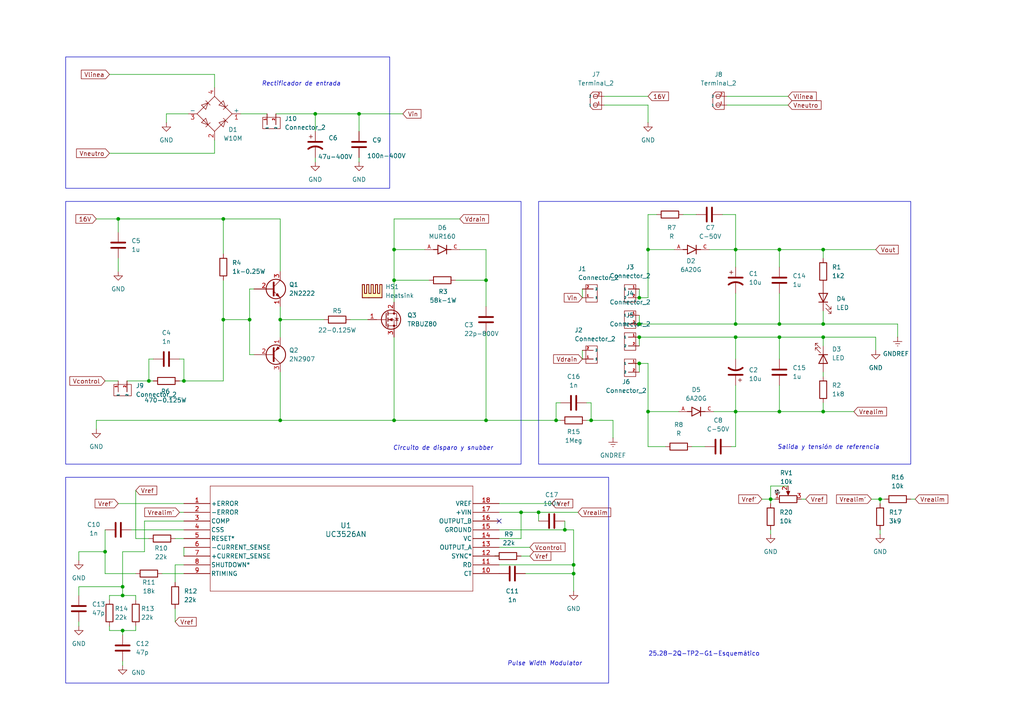
<source format=kicad_sch>
(kicad_sch (version 20250114) (generator "eeschema") (generator_version "9.0")
  (paper "A4")
  (lib_symbols
    (symbol "6A20G:6A20G" (pin_names (offset 1.016))
      (property "Reference" "D" (at -5.08 2.54 0))
      (property "Value" "6A20G" (at -5.08 -3.81 0))
      (symbol "6A20G_0_0"
        (polyline (pts (xy -2.54 0) (xy -1.27 0)) (stroke (width 0.254)))
        (polyline (pts (xy -1.27 1.27) (xy -1.27 0)) (stroke (width 0.254)))
        (polyline (pts (xy -1.27 0) (xy -1.27 -1.27)) (stroke (width 0.254)))
        (polyline (pts (xy -1.27 -1.27) (xy 1.27 0)) (stroke (width 0.254)))
        (polyline (pts (xy 1.27 1.27) (xy 1.27 0)) (stroke (width 0.254)))
        (polyline (pts (xy 1.27 0) (xy -1.27 1.27)) (stroke (width 0.254)))
        (polyline (pts (xy 1.27 0) (xy 1.27 -1.27)) (stroke (width 0.254)))
        (polyline (pts (xy 1.27 0) (xy 2.54 0)) (stroke (width 0.254)))
        (pin passive line (at -5.08 0 0) (length 2.54) (name "~") (number "A"))
        (pin passive line (at 5.08 0 180) (length 2.54) (name "~") (number "C"))
      )
    )
    (symbol "Device:C" (pin_numbers (hide yes)) (pin_names (offset 0.254))
      (property "Reference" "C" (at 0.635 2.54 0))
      (property "Value" "C" (at 0.635 -2.54 0))
      (symbol "C_0_1"
        (polyline (pts (xy -2.032 0.762) (xy 2.032 0.762)) (stroke (width 0.508)))
        (polyline (pts (xy -2.032 -0.762) (xy 2.032 -0.762)) (stroke (width 0.508)))
      )
      (symbol "C_1_1"
        (pin passive line (at 0 3.81 270) (length 2.794) (name "~") (number "1"))
        (pin passive line (at 0 -3.81 90) (length 2.794) (name "~") (number "2"))
      )
    )
    (symbol "Device:C_Polarized_US" (pin_numbers (hide yes)) (pin_names (offset 0.254) (hide yes))
      (property "Reference" "C" (at 0.635 2.54 0))
      (property "Value" "C_Polarized_US" (at 0.635 -2.54 0))
      (symbol "C_Polarized_US_0_1"
        (polyline (pts (xy -2.032 0.762) (xy 2.032 0.762)) (stroke (width 0.508)))
        (polyline (pts (xy -1.778 2.286) (xy -0.762 2.286)))
        (polyline (pts (xy -1.27 1.778) (xy -1.27 2.794)))
        (arc (start -2.032 -1.27) (mid 0 -0.5572) (end 2.032 -1.27) (stroke (width 0.508)))
      )
      (symbol "C_Polarized_US_1_1"
        (pin passive line (at 0 3.81 270) (length 2.794) (name "~") (number "1"))
        (pin passive line (at 0 -3.81 90) (length 3.302) (name "~") (number "2"))
      )
    )
    (symbol "Device:LED" (pin_numbers (hide yes)) (pin_names (offset 1.016) (hide yes))
      (property "Reference" "D" (at 0 2.54 0))
      (property "Value" "LED" (at 0 -2.54 0))
      (symbol "LED_0_1"
        (polyline (pts (xy -3.048 -0.762) (xy -4.572 -2.286) (xy -3.81 -2.286) (xy -4.572 -2.286) (xy -4.572 -1.524)))
        (polyline (pts (xy -1.778 -0.762) (xy -3.302 -2.286) (xy -2.54 -2.286) (xy -3.302 -2.286) (xy -3.302 -1.524)))
        (polyline (pts (xy -1.27 0) (xy 1.27 0)))
        (polyline (pts (xy -1.27 -1.27) (xy -1.27 1.27)) (stroke (width 0.254)))
        (polyline (pts (xy 1.27 -1.27) (xy 1.27 1.27) (xy -1.27 0) (xy 1.27 -1.27)) (stroke (width 0.254)))
      )
      (symbol "LED_1_1"
        (pin passive line (at -3.81 0 0) (length 2.54) (name "K") (number "1"))
        (pin passive line (at 3.81 0 180) (length 2.54) (name "A") (number "2"))
      )
    )
    (symbol "Device:R" (pin_numbers (hide yes)) (pin_names (offset 0))
      (property "Reference" "R" (at 2.032 0 90))
      (property "Value" "R" (at 0 0 90))
      (symbol "R_0_1"
        (rectangle (start -1.016 -2.54) (end 1.016 2.54) (stroke (width 0.254)))
      )
      (symbol "R_1_1"
        (pin passive line (at 0 3.81 270) (length 1.27) (name "~") (number "1"))
        (pin passive line (at 0 -3.81 90) (length 1.27) (name "~") (number "2"))
      )
    )
    (symbol "Diode_Bridge:W01G" (pin_names (offset 0))
      (property "Reference" "D" (at 2.54 6.985 0))
      (property "Value" "W01G" (at 2.54 5.08 0))
      (symbol "W01G_0_1"
        (polyline (pts (xy -5.08 0) (xy 0 -5.08) (xy 5.08 0) (xy 0 5.08) (xy -5.08 0)))
        (polyline (pts (xy -3.81 2.54) (xy -2.54 1.27) (xy -1.905 3.175) (xy -3.81 2.54)))
        (polyline (pts (xy -2.54 3.81) (xy -1.27 2.54)))
        (polyline (pts (xy -2.54 -1.27) (xy -3.81 -2.54) (xy -1.905 -3.175) (xy -2.54 -1.27)))
        (polyline (pts (xy -1.27 -2.54) (xy -2.54 -3.81)))
        (polyline (pts (xy 1.27 2.54) (xy 2.54 3.81) (xy 3.175 1.905) (xy 1.27 2.54)))
        (polyline (pts (xy 2.54 1.27) (xy 3.81 2.54)))
        (polyline (pts (xy 2.54 -1.27) (xy 3.81 -2.54)))
        (polyline (pts (xy 3.175 -1.905) (xy 1.27 -2.54) (xy 2.54 -3.81) (xy 3.175 -1.905)))
      )
      (symbol "W01G_1_1"
        (pin passive line (at -7.62 0 0) (length 2.54) (name "-") (number "3"))
        (pin passive line (at 0 7.62 270) (length 2.54) (name "~") (number "4"))
        (pin passive line (at 0 -7.62 90) (length 2.54) (name "~") (number "2"))
        (pin passive line (at 7.62 0 180) (length 2.54) (name "+") (number "1"))
      )
    )
    (symbol "MUR160:MUR160" (pin_names (offset 1.016))
      (property "Reference" "D" (at -5.08 2.54 0))
      (property "Value" "MUR160" (at -5.08 -3.81 0))
      (symbol "MUR160_0_0"
        (polyline (pts (xy -2.54 0) (xy -1.27 0)) (stroke (width 0.254)))
        (polyline (pts (xy -1.27 1.27) (xy -1.27 0)) (stroke (width 0.254)))
        (polyline (pts (xy -1.27 0) (xy -1.27 -1.27)) (stroke (width 0.254)))
        (polyline (pts (xy -1.27 -1.27) (xy 1.27 0)) (stroke (width 0.254)))
        (polyline (pts (xy 1.27 1.27) (xy 1.27 0)) (stroke (width 0.254)))
        (polyline (pts (xy 1.27 0) (xy -1.27 1.27)) (stroke (width 0.254)))
        (polyline (pts (xy 1.27 0) (xy 1.27 -1.27)) (stroke (width 0.254)))
        (polyline (pts (xy 1.27 0) (xy 2.54 0)) (stroke (width 0.254)))
        (pin passive line (at -5.08 0 0) (length 2.54) (name "~") (number "A"))
        (pin passive line (at 5.08 0 180) (length 2.54) (name "~") (number "C"))
      )
    )
    (symbol "Mechanical:Heatsink" (pin_names (offset 1.016))
      (property "Reference" "HS" (at 0 5.08 0))
      (property "Value" "Heatsink" (at 0 -1.27 0))
      (symbol "Heatsink_0_1"
        (polyline (pts (xy -0.3302 1.27) (xy -0.9652 1.27) (xy -0.9652 3.81) (xy -1.6002 3.81) (xy -1.6002 1.27) (xy -2.2352 1.27) (xy -2.2352 3.81) (xy -2.8702 3.81) (xy -2.8702 0) (xy -0.9652 0)) (stroke (width 0.254)) (fill (type background)))
        (polyline (pts (xy -0.3302 1.27) (xy -0.3302 3.81) (xy 0.3048 3.81) (xy 0.3048 1.27) (xy 0.9398 1.27) (xy 0.9398 3.81) (xy 1.5748 3.81) (xy 1.5748 1.27) (xy 2.2098 1.27) (xy 2.2098 3.81) (xy 2.8448 3.81) (xy 2.8448 0) (xy -0.9652 0)) (stroke (width 0.254)) (fill (type background)))
      )
    )
    (symbol "TCLib:2N2222" (pin_names (offset 0) (hide yes))
      (property "Reference" "Q" (at 5.08 1.27 0))
      (property "Value" "2N2222" (at 5.08 -1.27 0))
      (symbol "2N2222_0_1"
        (polyline (pts (xy 0.635 1.905) (xy 0.635 -1.905) (xy 0.635 -1.905)) (stroke (width 0.508)))
        (polyline (pts (xy 0.635 0.635) (xy 2.54 2.54)))
        (polyline (pts (xy 0.635 -0.635) (xy 2.54 -2.54) (xy 2.54 -2.54)))
        (circle (center 1.27 0) (radius 2.8194) (stroke (width 0.254)))
        (polyline (pts (xy 1.27 -1.778) (xy 1.778 -1.27) (xy 2.286 -2.286) (xy 1.27 -1.778) (xy 1.27 -1.778)) (fill (type outline)))
      )
      (symbol "2N2222_1_1"
        (pin passive line (at -5.08 0 0) (length 5.715) (name "B") (number "2"))
        (pin passive line (at 2.54 5.08 270) (length 2.54) (name "C") (number "3"))
        (pin passive line (at 2.54 -5.08 90) (length 2.54) (name "E") (number "1"))
      )
    )
    (symbol "TCLib:2N2907" (pin_names (offset 0) (hide yes))
      (property "Reference" "Q" (at 2.54 -1.27 0))
      (property "Value" "2N2907" (at 2.54 1.27 0))
      (symbol "2N2907_0_1"
        (polyline (pts (xy -1.905 0.635) (xy 0 2.54) (xy 0 2.54)))
        (polyline (pts (xy -1.905 -0.635) (xy 0 -2.54)))
        (polyline (pts (xy -1.905 -1.905) (xy -1.905 1.905) (xy -1.905 1.905)) (stroke (width 0.508)))
        (circle (center -1.27 0) (radius 2.8194) (stroke (width 0.254)))
        (polyline (pts (xy -0.254 1.778) (xy -0.762 2.286) (xy -1.27 1.27) (xy -0.254 1.778) (xy -0.254 1.778)) (fill (type outline)))
      )
      (symbol "2N2907_1_1"
        (pin input line (at -7.62 0 0) (length 5.715) (name "B") (number "2"))
        (pin passive line (at 0 5.08 270) (length 2.54) (name "E") (number "1"))
        (pin passive line (at 0 -5.08 90) (length 2.54) (name "C") (number "3"))
      )
    )
    (symbol "TCLib:C" (pin_numbers (hide yes)) (pin_names (offset 0.254))
      (property "Reference" "C" (at 0.635 2.54 0))
      (property "Value" "C" (at 0.635 -2.54 0))
      (symbol "C_0_1"
        (polyline (pts (xy -2.032 0.762) (xy 2.032 0.762)) (stroke (width 0.508)))
        (polyline (pts (xy -2.032 -0.762) (xy 2.032 -0.762)) (stroke (width 0.508)))
      )
      (symbol "C_1_1"
        (pin passive line (at 0 3.81 270) (length 2.794) (name "~") (number "1"))
        (pin passive line (at 0 -3.81 90) (length 2.794) (name "~") (number "2"))
      )
    )
    (symbol "TCLib:Connector_2"
      (property "Reference" "J" (at -7.874 -2.032 0))
      (property "Value" "Connector_2" (at -0.254 -3.556 0))
      (symbol "Connector_2_0_1"
        (rectangle (start -1.524 2.54) (end 1.778 -2.54))
      )
      (symbol "Connector_2_1_1"
        (pin passive line (at -2.54 1.27 0) (length 3.175) (name "2") (number "2"))
        (pin passive line (at -2.54 -1.27 0) (length 3.175) (name "1") (number "1"))
      )
    )
    (symbol "TCLib:R" (pin_numbers (hide yes)) (pin_names (offset 0))
      (property "Reference" "R" (at 0 0 90))
      (property "Value" "R" (at 2.286 0 90))
      (symbol "R_0_1"
        (rectangle (start -1.016 -2.54) (end 1.016 2.54) (stroke (width 0.254)))
      )
      (symbol "R_1_1"
        (pin passive line (at 0 3.81 270) (length 1.27) (name "~") (number "1"))
        (pin passive line (at 0 -3.81 90) (length 1.27) (name "~") (number "2"))
      )
    )
    (symbol "TCLib:R_Potentiometer" (pin_names (offset 1.016) (hide yes))
      (property "Reference" "RV" (at -4.445 0 90))
      (property "Value" "R_Potentiometer" (at -2.54 0 90))
      (symbol "R_Potentiometer_0_1"
        (rectangle (start -1.016 2.54) (end 1.016 -2.54) (stroke (width 0.254)))
        (polyline (pts (xy 1.143 0) (xy 2.286 0.508) (xy 2.286 -0.508) (xy 1.143 0)) (fill (type outline)))
        (polyline (pts (xy 2.54 0) (xy 1.524 0)))
      )
      (symbol "R_Potentiometer_1_1"
        (polyline (pts (xy 1.778 2.54) (xy 1.778 2.54)))
        (arc (start 2.1441 2.4771) (mid 1.4758 3.3347) (end 2.54 3.556) (stroke (width 0) (color 0 0 0 1)))
        (polyline (pts (xy 2.54 3.556) (xy 2.286 3.556)) (stroke (width 0) (color 0 0 0 1)))
        (polyline (pts (xy 2.54 3.556) (xy 2.54 3.81)) (stroke (width 0) (color 0 0 0 1)))
        (text "CW" (at 2.286 3.048 0) (effects (font (size 0.508 0.508))))
        (pin passive line (at 0 3.81 270) (length 1.27) (name "1") (number "1"))
        (pin passive line (at 0 -3.81 90) (length 1.27) (name "3") (number "3"))
        (pin passive line (at 3.81 0 180) (length 1.27) (name "2") (number "2"))
      )
    )
    (symbol "TCLib:Terminal_2"
      (property "Reference" "J" (at -7.874 -2.032 0))
      (property "Value" "Terminal_2" (at -0.254 -3.556 0))
      (symbol "Terminal_2_0_1"
        (polyline (pts (xy -1.524 1.778) (xy -0.762 2.54)))
        (polyline (pts (xy -1.524 -1.778) (xy -1.524 1.778)))
        (polyline (pts (xy -1.524 -1.778) (xy -0.762 -2.54)))
        (polyline (pts (xy -0.762 2.54) (xy 1.778 2.54) (xy 1.778 -2.54) (xy -0.762 -2.54)))
        (circle (center 0 -1.27) (radius 0.6404))
        (circle (center 0.002 1.267) (radius 0.6404))
      )
      (symbol "Terminal_2_1_1"
        (pin passive line (at 2.54 1.27 180) (length 3.175) (name "2") (number "2"))
        (pin passive line (at 2.54 -1.27 180) (length 3.175) (name "1") (number "1"))
      )
    )
    (symbol "Transistor_FET:IRF540N" (pin_names (hide yes))
      (property "Reference" "Q" (at 5.08 1.905 0))
      (property "Value" "IRF540N" (at 5.08 0 0))
      (symbol "IRF540N_0_1"
        (polyline (pts (xy 0.254 1.905) (xy 0.254 -1.905)) (stroke (width 0.254)))
        (polyline (pts (xy 0.254 0) (xy -2.54 0)))
        (polyline (pts (xy 0.762 2.286) (xy 0.762 1.27)) (stroke (width 0.254)))
        (polyline (pts (xy 0.762 0.508) (xy 0.762 -0.508)) (stroke (width 0.254)))
        (polyline (pts (xy 0.762 -1.27) (xy 0.762 -2.286)) (stroke (width 0.254)))
        (polyline (pts (xy 0.762 -1.778) (xy 3.302 -1.778) (xy 3.302 1.778) (xy 0.762 1.778)))
        (polyline (pts (xy 1.016 0) (xy 2.032 0.381) (xy 2.032 -0.381) (xy 1.016 0)) (fill (type outline)))
        (circle (center 1.651 0) (radius 2.794) (stroke (width 0.254)))
        (polyline (pts (xy 2.54 2.54) (xy 2.54 1.778)))
        (circle (center 2.54 1.778) (radius 0.254) (fill (type outline)))
        (circle (center 2.54 -1.778) (radius 0.254) (fill (type outline)))
        (polyline (pts (xy 2.54 -2.54) (xy 2.54 0) (xy 0.762 0)))
        (polyline (pts (xy 2.794 0.508) (xy 2.921 0.381) (xy 3.683 0.381) (xy 3.81 0.254)))
        (polyline (pts (xy 3.302 0.381) (xy 2.921 -0.254) (xy 3.683 -0.254) (xy 3.302 0.381)))
      )
      (symbol "IRF540N_1_1"
        (pin input line (at -5.08 0 0) (length 2.54) (name "G") (number "1"))
        (pin passive line (at 2.54 5.08 270) (length 2.54) (name "D") (number "2"))
        (pin passive line (at 2.54 -5.08 90) (length 2.54) (name "S") (number "3"))
      )
    )
    (symbol "UC3526AN:UC3526AN" (pin_names (offset 0.254))
      (property "Reference" "U" (at 45.72 10.16 0))
      (property "Value" "UC3526AN" (at 45.72 7.62 0))
      (symbol "UC3526AN_0_1"
        (polyline (pts (xy 7.62 5.08) (xy 7.62 -25.4)) (stroke (width 0.127)))
        (polyline (pts (xy 7.62 -25.4) (xy 83.82 -25.4)) (stroke (width 0.127)))
        (polyline (pts (xy 83.82 5.08) (xy 7.62 5.08)) (stroke (width 0.127)))
        (polyline (pts (xy 83.82 -25.4) (xy 83.82 5.08)) (stroke (width 0.127)))
        (pin unspecified line (at 0 0 0) (length 7.62) (name "+ERROR") (number "1"))
        (pin unspecified line (at 0 -2.54 0) (length 7.62) (name "-ERROR") (number "2"))
        (pin unspecified line (at 0 -5.08 0) (length 7.62) (name "COMP") (number "3"))
        (pin unspecified line (at 0 -7.62 0) (length 7.62) (name "CSS") (number "4"))
        (pin unspecified line (at 0 -10.16 0) (length 7.62) (name "RESET*") (number "5"))
        (pin unspecified line (at 0 -12.7 0) (length 7.62) (name "-CURRENT_SENSE") (number "6"))
        (pin unspecified line (at 0 -15.24 0) (length 7.62) (name "+CURRENT_SENSE") (number "7"))
        (pin unspecified line (at 0 -17.78 0) (length 7.62) (name "SHUTDOWN*") (number "8"))
        (pin unspecified line (at 0 -20.32 0) (length 7.62) (name "RTIMING") (number "9"))
        (pin unspecified line (at 91.44 0 180) (length 7.62) (name "VREF") (number "18"))
        (pin unspecified line (at 91.44 -2.54 180) (length 7.62) (name "+VIN") (number "17"))
        (pin output line (at 91.44 -5.08 180) (length 7.62) (name "OUTPUT_B") (number "16"))
        (pin power_in line (at 91.44 -7.62 180) (length 7.62) (name "GROUND") (number "15"))
        (pin power_in line (at 91.44 -10.16 180) (length 7.62) (name "VC") (number "14"))
        (pin output line (at 91.44 -12.7 180) (length 7.62) (name "OUTPUT_A") (number "13"))
        (pin unspecified line (at 91.44 -15.24 180) (length 7.62) (name "SYNC*") (number "12"))
        (pin unspecified line (at 91.44 -17.78 180) (length 7.62) (name "RD") (number "11"))
        (pin unspecified line (at 91.44 -20.32 180) (length 7.62) (name "CT") (number "10"))
      )
    )
    (symbol "power:GND" (power) (pin_numbers (hide yes)) (pin_names (offset 0) (hide yes))
      (property "Value" "GND" (at 0 -3.81 0))
      (symbol "GND_0_1"
        (polyline (pts (xy 0 0) (xy 0 -1.27) (xy 1.27 -1.27) (xy 0 -2.54) (xy -1.27 -1.27) (xy 0 -1.27)))
      )
      (symbol "GND_1_1"
        (pin power_in line (at 0 0 270) (length 0) (name "~") (number "1"))
      )
    )
    (symbol "power:GNDREF" (power) (pin_numbers (hide yes)) (pin_names (offset 0) (hide yes))
      (property "Value" "GNDREF" (at 0 -3.81 0))
      (symbol "GNDREF_0_1"
        (polyline (pts (xy -0.635 -1.905) (xy 0.635 -1.905)))
        (polyline (pts (xy -0.127 -2.54) (xy 0.127 -2.54)))
        (polyline (pts (xy 0 -1.27) (xy 0 0)))
        (polyline (pts (xy 1.27 -1.27) (xy -1.27 -1.27)))
      )
      (symbol "GNDREF_1_1"
        (pin power_in line (at 0 0 270) (length 0) (name "~") (number "1"))
      )
    )
  )
  (rectangle (start 19.05 58.42) (end 151.13 134.62))
  (rectangle (start 156.21 58.42) (end 264.16 134.62))
  (rectangle (start 19.05 138.43) (end 176.53 198.12))
  (rectangle (start 19.05 16.51) (end 113.03 54.61))
  (text "Rectificador de entrada\n" (at 87.376 24.384 0) (effects (font (size 1.27 1.27) (italic yes))))
  (text "25.28-2Q-TP2-G1-Esquemático" (at 204.216 189.738 0) (effects (font (size 1.27 1.27))))
  (text "Circuito de disparo y snubber\n" (at 128.524 130.048 0) (effects (font (size 1.27 1.27) (italic yes))))
  (text "Pulse Width Modulator\n" (at 157.988 192.532 0) (effects (font (size 1.27 1.27) (italic yes))))
  (text "Salida y tensión de referencia\n" (at 240.284 129.794 0) (effects (font (size 1.27 1.27) (italic yes))))
  (junction (at 223.52 144.78))
  (junction (at 213.36 93.98))
  (junction (at 64.77 92.71))
  (junction (at 238.76 93.98))
  (junction (at 114.3 72.39))
  (junction (at 72.39 92.71))
  (junction (at 104.14 33.02))
  (junction (at 91.44 33.02))
  (junction (at 213.36 72.39))
  (junction (at 238.76 72.39))
  (junction (at 43.18 110.49))
  (junction (at 185.42 105.41))
  (junction (at 35.56 170.18))
  (junction (at 30.48 160.02))
  (junction (at 151.13 148.59))
  (junction (at 35.56 172.72))
  (junction (at 185.42 93.98))
  (junction (at 213.36 119.38))
  (junction (at 187.96 119.38))
  (junction (at 156.21 148.59))
  (junction (at 53.34 110.49))
  (junction (at 226.06 119.38))
  (junction (at 238.76 119.38))
  (junction (at 35.56 182.88))
  (junction (at 238.76 97.79))
  (junction (at 140.97 121.92))
  (junction (at 166.37 166.37))
  (junction (at 226.06 97.79))
  (junction (at 114.3 121.92))
  (junction (at 34.29 63.5))
  (junction (at 166.37 163.83))
  (junction (at 255.27 144.78))
  (junction (at 226.06 93.98))
  (junction (at 171.45 121.92))
  (junction (at 185.42 97.79))
  (junction (at 213.36 97.79))
  (junction (at 81.28 92.71))
  (junction (at 64.77 63.5))
  (junction (at 140.97 81.28))
  (junction (at 161.29 121.92))
  (junction (at 114.3 81.28))
  (junction (at 187.96 72.39))
  (junction (at 226.06 72.39))
  (junction (at 185.42 86.36))
  (junction (at 163.83 153.67))
  (junction (at 81.28 121.92))
  (no_connect (at 144.78 151.13))
  (wire (pts (xy 30.48 110.49) (xy 34.29 110.49)))
  (wire (pts (xy 187.96 105.41) (xy 187.96 119.38)))
  (wire (pts (xy 213.36 72.39) (xy 213.36 77.47)))
  (wire (pts (xy 226.06 93.98) (xy 238.76 93.98)))
  (wire (pts (xy 213.36 85.09) (xy 213.36 93.98)))
  (wire (pts (xy 36.83 110.49) (xy 43.18 110.49)))
  (wire (pts (xy 223.52 153.67) (xy 223.52 154.94)))
  (wire (pts (xy 27.94 121.92) (xy 27.94 124.46)))
  (wire (pts (xy 133.35 72.39) (xy 140.97 72.39)))
  (wire (pts (xy 213.36 62.23) (xy 213.36 72.39)))
  (wire (pts (xy 104.14 45.72) (xy 104.14 46.99)))
  (wire (pts (xy 177.8 127) (xy 177.8 121.92)))
  (wire (pts (xy 238.76 97.79) (xy 254 97.79)))
  (wire (pts (xy 187.96 119.38) (xy 196.85 119.38)))
  (wire (pts (xy 260.35 93.98) (xy 260.35 97.79)))
  (wire (pts (xy 187.96 72.39) (xy 195.58 72.39)))
  (wire (pts (xy 232.41 144.78) (xy 233.68 144.78)))
  (wire (pts (xy 226.06 72.39) (xy 226.06 77.47)))
  (wire (pts (xy 185.42 97.79) (xy 185.42 100.33)))
  (wire (pts (xy 213.36 119.38) (xy 226.06 119.38)))
  (wire (pts (xy 48.26 35.56) (xy 48.26 33.02)))
  (wire (pts (xy 50.8 163.83) (xy 50.8 168.91)))
  (wire (pts (xy 151.13 148.59) (xy 151.13 156.21)))
  (wire (pts (xy 226.06 85.09) (xy 226.06 93.98)))
  (wire (pts (xy 35.56 172.72) (xy 39.37 172.72)))
  (wire (pts (xy 43.18 104.14) (xy 43.18 110.49)))
  (wire (pts (xy 144.78 163.83) (xy 166.37 163.83)))
  (wire (pts (xy 53.34 110.49) (xy 64.77 110.49)))
  (wire (pts (xy 50.8 176.53) (xy 50.8 180.34)))
  (wire (pts (xy 101.6 92.71) (xy 106.68 92.71)))
  (wire (pts (xy 140.97 81.28) (xy 140.97 88.9)))
  (wire (pts (xy 91.44 33.02) (xy 91.44 38.1)))
  (wire (pts (xy 35.56 160.02) (xy 35.56 170.18)))
  (wire (pts (xy 35.56 191.77) (xy 35.56 193.04)))
  (wire (pts (xy 223.52 144.78) (xy 223.52 146.05)))
  (wire (pts (xy 185.42 83.82) (xy 185.42 86.36)))
  (wire (pts (xy 255.27 144.78) (xy 256.54 144.78)))
  (wire (pts (xy 238.76 72.39) (xy 254 72.39)))
  (wire (pts (xy 34.29 146.05) (xy 53.34 146.05)))
  (wire (pts (xy 41.91 160.02) (xy 35.56 160.02)))
  (wire (pts (xy 144.78 156.21) (xy 151.13 156.21)))
  (wire (pts (xy 22.86 160.02) (xy 30.48 160.02)))
  (wire (pts (xy 144.78 148.59) (xy 151.13 148.59)))
  (wire (pts (xy 187.96 86.36) (xy 185.42 86.36)))
  (wire (pts (xy 223.52 144.78) (xy 224.79 144.78)))
  (wire (pts (xy 72.39 83.82) (xy 72.39 92.71)))
  (wire (pts (xy 39.37 156.21) (xy 43.18 156.21)))
  (wire (pts (xy 81.28 78.74) (xy 81.28 63.5)))
  (wire (pts (xy 81.28 121.92) (xy 114.3 121.92)))
  (wire (pts (xy 81.28 88.9) (xy 81.28 92.71)))
  (wire (pts (xy 34.29 63.5) (xy 64.77 63.5)))
  (wire (pts (xy 52.07 110.49) (xy 53.34 110.49)))
  (wire (pts (xy 114.3 72.39) (xy 123.19 72.39)))
  (wire (pts (xy 143.51 161.29) (xy 144.78 161.29)))
  (wire (pts (xy 210.82 27.94) (xy 228.6 27.94)))
  (wire (pts (xy 213.36 97.79) (xy 226.06 97.79)))
  (wire (pts (xy 162.56 116.84) (xy 161.29 116.84)))
  (wire (pts (xy 104.14 33.02) (xy 116.84 33.02)))
  (wire (pts (xy 140.97 72.39) (xy 140.97 81.28)))
  (wire (pts (xy 22.86 180.34) (xy 22.86 181.61)))
  (wire (pts (xy 238.76 72.39) (xy 238.76 74.93)))
  (wire (pts (xy 39.37 142.24) (xy 39.37 156.21)))
  (wire (pts (xy 114.3 87.63) (xy 114.3 81.28)))
  (wire (pts (xy 69.85 33.02) (xy 77.47 33.02)))
  (wire (pts (xy 114.3 63.5) (xy 114.3 72.39)))
  (wire (pts (xy 185.42 91.44) (xy 185.42 93.98)))
  (wire (pts (xy 238.76 107.95) (xy 238.76 109.22)))
  (wire (pts (xy 264.16 144.78) (xy 265.43 144.78)))
  (wire (pts (xy 238.76 97.79) (xy 238.76 100.33)))
  (wire (pts (xy 39.37 172.72) (xy 39.37 173.99)))
  (wire (pts (xy 238.76 90.17) (xy 238.76 93.98)))
  (wire (pts (xy 166.37 166.37) (xy 166.37 163.83)))
  (wire (pts (xy 226.06 111.76) (xy 226.06 119.38)))
  (wire (pts (xy 22.86 160.02) (xy 22.86 162.56)))
  (wire (pts (xy 223.52 140.97) (xy 223.52 144.78)))
  (wire (pts (xy 204.47 129.54) (xy 200.66 129.54)))
  (wire (pts (xy 170.18 121.92) (xy 171.45 121.92)))
  (wire (pts (xy 52.07 104.14) (xy 53.34 104.14)))
  (wire (pts (xy 185.42 93.98) (xy 213.36 93.98)))
  (wire (pts (xy 161.29 116.84) (xy 161.29 121.92)))
  (wire (pts (xy 91.44 45.72) (xy 91.44 46.99)))
  (wire (pts (xy 62.23 21.59) (xy 31.75 21.59)))
  (wire (pts (xy 213.36 111.76) (xy 213.36 119.38)))
  (wire (pts (xy 72.39 102.87) (xy 72.39 92.71)))
  (wire (pts (xy 50.8 156.21) (xy 53.34 156.21)))
  (wire (pts (xy 187.96 62.23) (xy 190.5 62.23)))
  (wire (pts (xy 175.26 30.48) (xy 187.96 30.48)))
  (wire (pts (xy 254 97.79) (xy 254 101.6)))
  (wire (pts (xy 255.27 153.67) (xy 255.27 154.94)))
  (wire (pts (xy 185.42 105.41) (xy 185.42 107.95)))
  (wire (pts (xy 209.55 62.23) (xy 213.36 62.23)))
  (wire (pts (xy 238.76 116.84) (xy 238.76 119.38)))
  (wire (pts (xy 34.29 63.5) (xy 34.29 67.31)))
  (wire (pts (xy 53.34 158.75) (xy 53.34 161.29)))
  (wire (pts (xy 53.34 151.13) (xy 41.91 151.13)))
  (wire (pts (xy 140.97 121.92) (xy 161.29 121.92)))
  (wire (pts (xy 39.37 166.37) (xy 30.48 166.37)))
  (wire (pts (xy 64.77 81.28) (xy 64.77 92.71)))
  (wire (pts (xy 171.45 116.84) (xy 171.45 121.92)))
  (wire (pts (xy 114.3 72.39) (xy 114.3 81.28)))
  (wire (pts (xy 43.18 110.49) (xy 44.45 110.49)))
  (wire (pts (xy 226.06 119.38) (xy 238.76 119.38)))
  (wire (pts (xy 91.44 33.02) (xy 104.14 33.02)))
  (wire (pts (xy 34.29 74.93) (xy 34.29 78.74)))
  (wire (pts (xy 64.77 92.71) (xy 72.39 92.71)))
  (wire (pts (xy 228.6 140.97) (xy 223.52 140.97)))
  (wire (pts (xy 213.36 93.98) (xy 226.06 93.98)))
  (wire (pts (xy 72.39 83.82) (xy 73.66 83.82)))
  (wire (pts (xy 255.27 144.78) (xy 255.27 146.05)))
  (wire (pts (xy 140.97 121.92) (xy 114.3 121.92)))
  (wire (pts (xy 151.13 148.59) (xy 156.21 148.59)))
  (wire (pts (xy 156.21 148.59) (xy 167.64 148.59)))
  (wire (pts (xy 187.96 119.38) (xy 187.96 129.54)))
  (wire (pts (xy 62.23 40.64) (xy 62.23 44.45)))
  (wire (pts (xy 163.83 153.67) (xy 166.37 153.67)))
  (wire (pts (xy 187.96 30.48) (xy 187.96 35.56)))
  (wire (pts (xy 35.56 182.88) (xy 35.56 184.15)))
  (wire (pts (xy 30.48 153.67) (xy 30.48 160.02)))
  (wire (pts (xy 144.78 146.05) (xy 160.02 146.05)))
  (wire (pts (xy 140.97 96.52) (xy 140.97 121.92)))
  (wire (pts (xy 27.94 121.92) (xy 81.28 121.92)))
  (wire (pts (xy 132.08 81.28) (xy 140.97 81.28)))
  (wire (pts (xy 53.34 166.37) (xy 46.99 166.37)))
  (wire (pts (xy 213.36 72.39) (xy 226.06 72.39)))
  (wire (pts (xy 31.75 182.88) (xy 35.56 182.88)))
  (wire (pts (xy 53.34 104.14) (xy 53.34 110.49)))
  (wire (pts (xy 31.75 173.99) (xy 31.75 172.72)))
  (wire (pts (xy 161.29 121.92) (xy 162.56 121.92)))
  (wire (pts (xy 62.23 25.4) (xy 62.23 21.59)))
  (wire (pts (xy 104.14 33.02) (xy 104.14 38.1)))
  (wire (pts (xy 31.75 172.72) (xy 35.56 172.72)))
  (wire (pts (xy 166.37 166.37) (xy 166.37 171.45)))
  (wire (pts (xy 168.91 83.82) (xy 168.91 86.36)))
  (wire (pts (xy 166.37 153.67) (xy 166.37 163.83)))
  (wire (pts (xy 144.78 158.75) (xy 153.67 158.75)))
  (wire (pts (xy 252.73 144.78) (xy 255.27 144.78)))
  (wire (pts (xy 175.26 27.94) (xy 187.96 27.94)))
  (wire (pts (xy 226.06 97.79) (xy 226.06 104.14)))
  (wire (pts (xy 207.01 119.38) (xy 213.36 119.38)))
  (wire (pts (xy 144.78 153.67) (xy 163.83 153.67)))
  (wire (pts (xy 39.37 182.88) (xy 39.37 181.61)))
  (wire (pts (xy 198.12 62.23) (xy 201.93 62.23)))
  (wire (pts (xy 81.28 63.5) (xy 64.77 63.5)))
  (wire (pts (xy 247.65 119.38) (xy 238.76 119.38)))
  (wire (pts (xy 187.96 72.39) (xy 187.96 86.36)))
  (wire (pts (xy 156.21 148.59) (xy 156.21 151.13)))
  (wire (pts (xy 114.3 97.79) (xy 114.3 121.92)))
  (wire (pts (xy 64.77 92.71) (xy 64.77 110.49)))
  (wire (pts (xy 193.04 129.54) (xy 187.96 129.54)))
  (wire (pts (xy 44.45 104.14) (xy 43.18 104.14)))
  (wire (pts (xy 220.98 144.78) (xy 223.52 144.78)))
  (wire (pts (xy 151.13 161.29) (xy 153.67 161.29)))
  (wire (pts (xy 185.42 97.79) (xy 213.36 97.79)))
  (wire (pts (xy 64.77 63.5) (xy 64.77 73.66)))
  (wire (pts (xy 226.06 72.39) (xy 238.76 72.39)))
  (wire (pts (xy 213.36 119.38) (xy 213.36 129.54)))
  (wire (pts (xy 114.3 81.28) (xy 124.46 81.28)))
  (wire (pts (xy 41.91 151.13) (xy 41.91 160.02)))
  (wire (pts (xy 31.75 44.45) (xy 62.23 44.45)))
  (wire (pts (xy 30.48 160.02) (xy 30.48 166.37)))
  (wire (pts (xy 171.45 121.92) (xy 177.8 121.92)))
  (wire (pts (xy 27.94 63.5) (xy 34.29 63.5)))
  (wire (pts (xy 226.06 97.79) (xy 238.76 97.79)))
  (wire (pts (xy 187.96 62.23) (xy 187.96 72.39)))
  (wire (pts (xy 80.01 33.02) (xy 91.44 33.02)))
  (wire (pts (xy 210.82 30.48) (xy 228.6 30.48)))
  (wire (pts (xy 205.74 72.39) (xy 213.36 72.39)))
  (wire (pts (xy 72.39 102.87) (xy 73.66 102.87)))
  (wire (pts (xy 81.28 92.71) (xy 81.28 97.79)))
  (wire (pts (xy 35.56 182.88) (xy 39.37 182.88)))
  (wire (pts (xy 168.91 101.6) (xy 168.91 104.14)))
  (wire (pts (xy 213.36 129.54) (xy 212.09 129.54)))
  (wire (pts (xy 185.42 105.41) (xy 187.96 105.41)))
  (wire (pts (xy 152.4 166.37) (xy 166.37 166.37)))
  (wire (pts (xy 53.34 163.83) (xy 50.8 163.83)))
  (wire (pts (xy 170.18 116.84) (xy 171.45 116.84)))
  (wire (pts (xy 114.3 63.5) (xy 133.35 63.5)))
  (wire (pts (xy 35.56 170.18) (xy 35.56 172.72)))
  (wire (pts (xy 22.86 170.18) (xy 22.86 172.72)))
  (wire (pts (xy 48.26 33.02) (xy 54.61 33.02)))
  (wire (pts (xy 213.36 97.79) (xy 213.36 104.14)))
  (wire (pts (xy 52.07 148.59) (xy 53.34 148.59)))
  (wire (pts (xy 238.76 93.98) (xy 260.35 93.98)))
  (wire (pts (xy 22.86 170.18) (xy 35.56 170.18)))
  (wire (pts (xy 53.34 153.67) (xy 38.1 153.67)))
  (wire (pts (xy 81.28 92.71) (xy 93.98 92.71)))
  (wire (pts (xy 81.28 107.95) (xy 81.28 121.92)))
  (wire (pts (xy 163.83 151.13) (xy 163.83 153.67)))
  (wire (pts (xy 31.75 182.88) (xy 31.75 181.61)))
  (global_label "Vref" (shape input) (at 50.8 180.34 0) (property "Intersheetrefs" "${INTERSHEET_REFS}" (effects (hide yes))))
  (global_label "Vrealim'" (shape input) (at 252.73 144.78 180) (property "Intersheetrefs" "${INTERSHEET_REFS}" (effects (hide yes))))
  (global_label "Vrealim" (shape input) (at 265.43 144.78 0) (property "Intersheetrefs" "${INTERSHEET_REFS}" (effects (hide yes))))
  (global_label "Vrealim'" (shape input) (at 52.07 148.59 180) (property "Intersheetrefs" "${INTERSHEET_REFS}" (effects (hide yes))))
  (global_label "Vref" (shape input) (at 153.67 161.29 0) (property "Intersheetrefs" "${INTERSHEET_REFS}" (effects (hide yes))))
  (global_label "Vrealim" (shape input) (at 167.64 148.59 0) (property "Intersheetrefs" "${INTERSHEET_REFS}" (effects (hide yes))))
  (global_label "Vref" (shape input) (at 39.37 142.24 0) (property "Intersheetrefs" "${INTERSHEET_REFS}" (effects (hide yes))))
  (global_label "Vrealim" (shape input) (at 247.65 119.38 0) (property "Intersheetrefs" "${INTERSHEET_REFS}" (effects (hide yes))))
  (global_label "Vdrain" (shape input) (at 168.91 104.14 180) (property "Intersheetrefs" "${INTERSHEET_REFS}" (effects (hide yes))))
  (global_label "Vref'" (shape input) (at 34.29 146.05 180) (property "Intersheetrefs" "${INTERSHEET_REFS}" (effects (hide yes))))
  (global_label "Vcontrol" (shape input) (at 30.48 110.49 180) (property "Intersheetrefs" "${INTERSHEET_REFS}" (effects (hide yes))))
  (global_label "Vlinea" (shape input) (at 228.6 27.94 0) (property "Intersheetrefs" "${INTERSHEET_REFS}" (effects (hide yes))))
  (global_label "16V" (shape input) (at 187.96 27.94 0) (property "Intersheetrefs" "${INTERSHEET_REFS}" (effects (hide yes))))
  (global_label "Vout" (shape input) (at 254 72.39 0) (property "Intersheetrefs" "${INTERSHEET_REFS}" (effects (hide yes))))
  (global_label "Vin" (shape input) (at 168.91 86.36 180) (property "Intersheetrefs" "${INTERSHEET_REFS}" (effects (hide yes))))
  (global_label "Vin" (shape input) (at 116.84 33.02 0) (property "Intersheetrefs" "${INTERSHEET_REFS}" (effects (hide yes))))
  (global_label "Vref'" (shape input) (at 220.98 144.78 180) (property "Intersheetrefs" "${INTERSHEET_REFS}" (effects (hide yes))))
  (global_label "Vref" (shape input) (at 233.68 144.78 0) (property "Intersheetrefs" "${INTERSHEET_REFS}" (effects (hide yes))))
  (global_label "Vdrain" (shape input) (at 133.35 63.5 0) (property "Intersheetrefs" "${INTERSHEET_REFS}" (effects (hide yes))))
  (global_label "16V" (shape input) (at 27.94 63.5 180) (property "Intersheetrefs" "${INTERSHEET_REFS}" (effects (hide yes))))
  (global_label "Vneutro" (shape input) (at 228.6 30.48 0) (property "Intersheetrefs" "${INTERSHEET_REFS}" (effects (hide yes))))
  (global_label "Vlinea" (shape input) (at 31.75 21.59 180) (property "Intersheetrefs" "${INTERSHEET_REFS}" (effects (hide yes))))
  (global_label "Vref" (shape input) (at 160.02 146.05 0) (property "Intersheetrefs" "${INTERSHEET_REFS}" (effects (hide yes))))
  (global_label "Vneutro" (shape input) (at 31.75 44.45 180) (property "Intersheetrefs" "${INTERSHEET_REFS}" (effects (hide yes))))
  (global_label "Vcontrol" (shape input) (at 153.67 158.75 0) (property "Intersheetrefs" "${INTERSHEET_REFS}" (effects (hide yes))))
  (symbol (lib_id "MUR160:MUR160") (at 128.27 72.39 0) (unit 1)
    (property "Reference" "D6" (at 128.27 66.04 0))
    (property "Value" "MUR160" (at 128.27 68.58 0))
    (property "Footprint" "MUR160:DIOAD1300W80L670D310" (effects (hide yes)))
    (property "MF" "Taiwan Semiconductor" (effects (hide yes)))
    (property "MAXIMUM_PACKAGE_HEIGHT" "3.6 mm" (effects (hide yes)))
    (property "Package" "DO-15 Taiwan Semiconductor" (effects (hide yes)))
    (property "Price" "None" (effects (hide yes)))
    (property "Check_prices" "https://www.snapeda.com/parts/MUR160/taiwan/view-part/?ref=eda" (effects (hide yes)))
    (property "STANDARD" "IPC-7351B" (effects (hide yes)))
    (property "PARTREV" "F2105" (effects (hide yes)))
    (property "SnapEDA_Link" "https://www.snapeda.com/parts/MUR160/taiwan/view-part/?ref=snap" (effects (hide yes)))
    (property "MP" "MUR160" (effects (hide yes)))
    (property "Description_1" "50ns, 1A, 600V, High Efficient Recovery Rectifier" (effects (hide yes)))
    (property "Availability" "In Stock" (effects (hide yes)))
    (property "MANUFACTURER" "Taiwan Semiconductor" (effects (hide yes)))
  )
  (symbol (lib_id "TCLib:Connector_2") (at 35.56 113.03 270) (unit 1)
    (property "Reference" "J9" (at 39.37 111.8869 90) (effects (justify left)))
    (property "Value" "Connector_2" (at 39.37 114.4269 90) (effects (justify left)))
    (property "Footprint" "TCLib:PinHeader_1x02_P2.54mm_Vertical" (effects (hide yes)))
  )
  (symbol (lib_id "UC3526AN:UC3526AN") (at 53.34 146.05 0) (unit 1)
    (property "Reference" "U1" (at 100.33 152.4 0) (effects (font (size 1.524 1.524))))
    (property "Value" "UC3526AN" (at 100.33 154.94 0) (effects (font (size 1.524 1.524))))
    (property "Footprint" "N18" (effects (hide yes)))
    (property "Datasheet" "https://www.ti.com/lit/gpn/uc3526a" (effects (hide yes)))
  )
  (symbol (lib_id "power:GND") (at 22.86 181.61 0) (unit 1)
    (property "Reference" "#PWR010" (effects (hide yes)))
    (property "Value" "GND" (at 22.86 186.69 0))
    (property "Description" "Power symbol creates a global label with name \"GND\" , ground" (effects (hide yes)))
  )
  (symbol (lib_id "Device:R") (at 46.99 156.21 90) (unit 1)
    (property "Reference" "R10" (at 46.736 159.004 90))
    (property "Value" "22k" (at 46.736 161.544 90))
    (property "Footprint" "TCLib:R_0.125W" (effects (hide yes)))
    (property "Description" "Resistor" (effects (hide yes)))
  )
  (symbol (lib_id "Device:C_Polarized_US") (at 213.36 107.95 180) (unit 1)
    (property "Reference" "C2" (at 217.17 107.3149 0) (effects (justify right)))
    (property "Value" "10u" (at 217.17 109.8549 0) (effects (justify right)))
    (property "Footprint" "TCLib:CP_2.50mm" (effects (hide yes)))
    (property "Description" "Polarized capacitor, US symbol" (effects (hide yes)))
  )
  (symbol (lib_id "Device:R") (at 194.31 62.23 90) (unit 1)
    (property "Reference" "R7" (at 194.818 66.04 90))
    (property "Value" "R" (at 194.818 68.58 90))
    (property "Footprint" "TCLib:R_0.125W" (effects (hide yes)))
    (property "Description" "Resistor" (effects (hide yes)))
  )
  (symbol (lib_id "Transistor_FET:IRF540N") (at 111.76 92.71 0) (unit 1)
    (property "Reference" "Q3" (at 118.11 91.4399 0) (effects (justify left)))
    (property "Value" "TRBUZ80" (at 118.11 93.9799 0) (effects (justify left)))
    (property "Footprint" "Package_TO_SOT_THT:TO-220-3_Vertical" (effects (hide yes)))
    (property "Datasheet" "http://www.irf.com/product-info/datasheets/data/irf540n.pdf" (effects (hide yes)))
    (property "Description" "33A Id, 100V Vds, HEXFET N-Channel MOSFET, TO-220" (effects (hide yes)))
  )
  (symbol (lib_id "Device:R") (at 238.76 78.74 0) (unit 1)
    (property "Reference" "R1" (at 241.3 77.4699 0) (effects (justify left)))
    (property "Value" "1k2" (at 241.3 80.0099 0) (effects (justify left)))
    (property "Footprint" "TCLib:R_0.125W" (effects (hide yes)))
    (property "Description" "Resistor" (effects (hide yes)))
  )
  (symbol (lib_id "power:GNDREF") (at 260.35 97.79 0) (unit 1)
    (property "Reference" "#PWR06" (effects (hide yes)))
    (property "Value" "GNDREF" (at 259.842 102.616 0))
    (property "Description" "Power symbol creates a global label with name \"GNDREF\" , reference supply ground" (effects (hide yes)))
  )
  (symbol (lib_id "TCLib:R") (at 166.37 121.92 90) (unit 1)
    (property "Reference" "R15" (at 166.37 125.222 90))
    (property "Value" "1Meg" (at 166.37 127.762 90))
    (property "Footprint" "TCLib:R_0.125W" (effects (hide yes)))
    (property "Description" "Resistor" (effects (hide yes)))
  )
  (symbol (lib_id "TCLib:Terminal_2") (at 172.72 29.21 0) (unit 1)
    (property "Reference" "J7" (at 172.847 21.59 0))
    (property "Value" "Terminal_2" (at 172.847 24.13 0))
    (property "Footprint" "TCLib:Bornera_2_P5mm" (effects (hide yes)))
  )
  (symbol (lib_id "TCLib:R") (at 223.52 149.86 0) (unit 1)
    (property "Reference" "R20" (at 226.06 148.5899 0) (effects (justify left)))
    (property "Value" "10k" (at 226.06 151.1299 0) (effects (justify left)))
    (property "Footprint" "TCLib:R_0.25W" (effects (hide yes)))
    (property "Description" "Resistor" (effects (hide yes)))
  )
  (symbol (lib_id "Device:C") (at 34.29 153.67 90) (unit 1)
    (property "Reference" "C10" (at 27.178 152.146 90))
    (property "Value" "1n" (at 27.178 154.686 90))
    (property "Footprint" "TCLib:C_2.5mm" (effects (hide yes)))
    (property "Description" "Unpolarized capacitor" (effects (hide yes)))
  )
  (symbol (lib_id "TCLib:R") (at 260.35 144.78 90) (unit 1)
    (property "Reference" "R16" (at 260.35 138.43 90))
    (property "Value" "10k" (at 260.35 140.97 90))
    (property "Footprint" "TCLib:R_0.25W" (effects (hide yes)))
    (property "Description" "Resistor" (effects (hide yes)))
  )
  (symbol (lib_id "Device:LED") (at 238.76 86.36 90) (unit 1)
    (property "Reference" "D4" (at 242.57 86.6774 90) (effects (justify right)))
    (property "Value" "LED" (at 242.57 89.2174 90) (effects (justify right)))
    (property "Footprint" "LED_THT:LED_D1.8mm_W3.3mm_H2.4mm" (effects (hide yes)))
    (property "Description" "Light emitting diode" (effects (hide yes)))
    (property "Sim.Pins" "1=K 2=A" (effects (hide yes)))
  )
  (symbol (lib_id "Diode_Bridge:W01G") (at 62.23 33.02 0) (unit 1)
    (property "Reference" "D1" (at 67.564 37.592 0))
    (property "Value" "W10M" (at 67.564 40.132 0))
    (property "Footprint" "Diode_THT:Diode_Bridge_Round_D9.8mm" (effects (hide yes)))
    (property "Datasheet" "https://www.vishay.com/docs/88769/woo5g.pdf" (effects (hide yes)))
    (property "Description" "Glass Passivated Single-Phase Bridge Rectifier, 70V Vrms, 1.5A If, WOG package" (effects (hide yes)))
  )
  (symbol (lib_id "Device:R") (at 64.77 77.47 0) (unit 1)
    (property "Reference" "R4" (at 67.31 76.1999 0) (effects (justify left)))
    (property "Value" "1k-0.25W" (at 67.31 78.7399 0) (effects (justify left)))
    (property "Footprint" "TCLib:R_0.25W" (effects (hide yes)))
    (property "Description" "Resistor" (effects (hide yes)))
  )
  (symbol (lib_id "TCLib:Terminal_2") (at 208.28 29.21 0) (unit 1)
    (property "Reference" "J8" (at 208.407 21.59 0))
    (property "Value" "Terminal_2" (at 208.407 24.13 0))
    (property "Footprint" "TCLib:Bornera_2_P5mm" (effects (hide yes)))
  )
  (symbol (lib_id "TCLib:R") (at 255.27 149.86 0) (unit 1)
    (property "Reference" "R17" (at 257.81 148.5899 0) (effects (justify left)))
    (property "Value" "3k9" (at 257.81 151.1299 0) (effects (justify left)))
    (property "Footprint" "TCLib:R_0.25W" (effects (hide yes)))
    (property "Description" "Resistor" (effects (hide yes)))
  )
  (symbol (lib_id "TCLib:Connector_2") (at 182.88 99.06 180) (unit 1)
    (property "Reference" "J5" (at 182.753 91.44 0))
    (property "Value" "Connector_2" (at 182.753 93.98 0))
    (property "Footprint" "TCLib:PinHeader_1x03_P2.54mm_Vertical" (effects (hide yes)))
  )
  (symbol (lib_id "power:GND") (at 255.27 154.94 0) (unit 1)
    (property "Reference" "#PWR014" (effects (hide yes)))
    (property "Value" "GND" (at 255.27 160.02 0))
    (property "Description" "Power symbol creates a global label with name \"GND\" , ground" (effects (hide yes)))
  )
  (symbol (lib_id "Device:R") (at 48.26 110.49 90) (unit 1)
    (property "Reference" "R6" (at 48.006 113.538 90))
    (property "Value" "470-0.125W" (at 48.006 116.078 90))
    (property "Footprint" "TCLib:R_0.125W" (effects (hide yes)))
    (property "Description" "Resistor" (effects (hide yes)))
  )
  (symbol (lib_id "TCLib:R_Potentiometer") (at 228.6 144.78 90) (unit 1)
    (property "Reference" "RV1" (at 228.092 137.16 90))
    (property "Value" "10k" (at 228.092 139.7 90))
    (property "Footprint" "TCLib:RV_Preset_multivuelta_10mm_5mm" (effects (hide yes)))
    (property "Description" "Potentiometer" (effects (hide yes)))
  )
  (symbol (lib_id "TCLib:C") (at 226.06 81.28 0) (unit 1)
    (property "Reference" "C14" (at 229.87 80.0099 0) (effects (justify left)))
    (property "Value" "1u" (at 229.87 82.5499 0) (effects (justify left)))
    (property "Footprint" "TCLib:C_5mm" (effects (hide yes)))
    (property "Description" "Unpolarized capacitor" (effects (hide yes)))
  )
  (symbol (lib_id "Device:R") (at 147.32 161.29 90) (unit 1)
    (property "Reference" "R9" (at 147.574 154.94 90))
    (property "Value" "22k" (at 147.574 157.48 90))
    (property "Footprint" "TCLib:R_0.125W" (effects (hide yes)))
    (property "Description" "Resistor" (effects (hide yes)))
  )
  (symbol (lib_id "power:GND") (at 27.94 124.46 0) (unit 1)
    (property "Reference" "#PWR02" (effects (hide yes)))
    (property "Value" "GND" (at 27.94 129.54 0))
    (property "Description" "Power symbol creates a global label with name \"GND\" , ground" (effects (hide yes)))
  )
  (symbol (lib_id "power:GND") (at 48.26 35.56 0) (unit 1)
    (property "Reference" "#PWR01" (effects (hide yes)))
    (property "Value" "GND" (at 48.26 40.64 0))
    (property "Description" "Power symbol creates a global label with name \"GND\" , ground" (effects (hide yes)))
  )
  (symbol (lib_id "Device:R") (at 128.27 81.28 90) (unit 1)
    (property "Reference" "R3" (at 128.524 84.582 90))
    (property "Value" "58k-1W" (at 128.524 87.122 90))
    (property "Footprint" "TCLib:R_1W" (effects (hide yes)))
    (property "Description" "Resistor" (effects (hide yes)))
  )
  (symbol (lib_id "TCLib:Connector_2") (at 78.74 35.56 270) (unit 1)
    (property "Reference" "J10" (at 82.55 34.4169 90) (effects (justify left)))
    (property "Value" "Connector_2" (at 82.55 36.9569 90) (effects (justify left)))
    (property "Footprint" "TCLib:PinHeader_1x02_P2.54mm_Vertical" (effects (hide yes)))
  )
  (symbol (lib_id "Device:R") (at 43.18 166.37 90) (unit 1)
    (property "Reference" "R11" (at 43.18 168.91 90))
    (property "Value" "18k" (at 43.18 171.45 90))
    (property "Footprint" "TCLib:R_0.125W" (effects (hide yes)))
    (property "Description" "Resistor" (effects (hide yes)))
  )
  (symbol (lib_id "power:GND") (at 34.29 78.74 0) (unit 1)
    (property "Reference" "#PWR03" (effects (hide yes)))
    (property "Value" "GND" (at 34.29 83.82 0))
    (property "Description" "Power symbol creates a global label with name \"GND\" , ground" (effects (hide yes)))
  )
  (symbol (lib_id "Device:C") (at 140.97 92.71 0) (unit 1)
    (property "Reference" "C3" (at 134.62 94.234 0) (effects (justify left)))
    (property "Value" "22p-800V" (at 134.62 96.774 0) (effects (justify left)))
    (property "Footprint" "TCLib:C_2.5mm" (effects (hide yes)))
    (property "Description" "Unpolarized capacitor" (effects (hide yes)))
  )
  (symbol (lib_id "TCLib:C") (at 104.14 41.91 0) (unit 1)
    (property "Reference" "C9" (at 107.95 40.6399 0) (effects (justify left)))
    (property "Value" "100n-400V" (at 106.426 45.212 0) (effects (justify left)))
    (property "Footprint" "TCLib:C_5mm" (effects (hide yes)))
    (property "Description" "Unpolarized capacitor" (effects (hide yes)))
  )
  (symbol (lib_id "TCLib:Connector_2") (at 171.45 102.87 0) (unit 1)
    (property "Reference" "J2" (at 166.624 95.758 0) (effects (justify left)))
    (property "Value" "Connector_2" (at 166.624 98.298 0) (effects (justify left)))
    (property "Footprint" "TCLib:PinHeader_1x03_P2.54mm_Vertical" (effects (hide yes)))
  )
  (symbol (lib_id "TCLib:C") (at 35.56 187.96 0) (unit 1)
    (property "Reference" "C12" (at 39.37 186.6899 0) (effects (justify left)))
    (property "Value" "47p" (at 39.37 189.2299 0) (effects (justify left)))
    (property "Footprint" "TCLib:C_5mm" (effects (hide yes)))
    (property "Description" "Unpolarized capacitor" (effects (hide yes)))
  )
  (symbol (lib_id "Device:R") (at 50.8 172.72 0) (unit 1)
    (property "Reference" "R12" (at 53.34 171.4499 0) (effects (justify left)))
    (property "Value" "22k" (at 53.34 173.9899 0) (effects (justify left)))
    (property "Footprint" "TCLib:R_0.125W" (effects (hide yes)))
    (property "Description" "Resistor" (effects (hide yes)))
  )
  (symbol (lib_id "Device:R") (at 238.76 113.03 0) (unit 1)
    (property "Reference" "R2" (at 241.3 111.7599 0) (effects (justify left)))
    (property "Value" "1k8" (at 241.3 114.2999 0) (effects (justify left)))
    (property "Footprint" "TCLib:R_0.125W" (effects (hide yes)))
    (property "Description" "Resistor" (effects (hide yes)))
  )
  (symbol (lib_id "TCLib:C") (at 160.02 151.13 270) (unit 1)
    (property "Reference" "C17" (at 160.02 143.51 90))
    (property "Value" "100n" (at 160.02 146.05 90))
    (property "Footprint" "TCLib:C_2.5mm" (effects (hide yes)))
    (property "Description" "Unpolarized capacitor" (effects (hide yes)))
  )
  (symbol (lib_id "TCLib:C") (at 166.37 116.84 90) (unit 1)
    (property "Reference" "C16" (at 166.37 109.22 90))
    (property "Value" "1n" (at 166.37 111.76 90))
    (property "Footprint" "TCLib:C_5mm" (effects (hide yes)))
    (property "Description" "Unpolarized capacitor" (effects (hide yes)))
  )
  (symbol (lib_id "power:GND") (at 104.14 46.99 0) (unit 1)
    (property "Reference" "#PWR05" (effects (hide yes)))
    (property "Value" "GND" (at 104.14 52.07 0))
    (property "Description" "Power symbol creates a global label with name \"GND\" , ground" (effects (hide yes)))
  )
  (symbol (lib_id "Device:LED") (at 238.76 104.14 270) (unit 1)
    (property "Reference" "D3" (at 241.3 101.2824 90) (effects (justify left)))
    (property "Value" "LED" (at 241.3 103.8224 90) (effects (justify left)))
    (property "Footprint" "LED_THT:LED_D1.8mm_W3.3mm_H2.4mm" (effects (hide yes)))
    (property "Description" "Light emitting diode" (effects (hide yes)))
    (property "Sim.Pins" "1=K 2=A" (effects (hide yes)))
  )
  (symbol (lib_id "TCLib:C") (at 226.06 107.95 0) (unit 1)
    (property "Reference" "C15" (at 229.87 106.6799 0) (effects (justify left)))
    (property "Value" "1u" (at 229.87 109.2199 0) (effects (justify left)))
    (property "Footprint" "TCLib:C_5mm" (effects (hide yes)))
    (property "Description" "Unpolarized capacitor" (effects (hide yes)))
  )
  (symbol (lib_id "TCLib:Connector_2") (at 182.88 106.68 180) (unit 1)
    (property "Reference" "J6" (at 181.61 110.744 0))
    (property "Value" "Connector_2" (at 181.61 113.284 0))
    (property "Footprint" "TCLib:PinHeader_1x03_P2.54mm_Vertical" (effects (hide yes)))
  )
  (symbol (lib_id "Device:R") (at 196.85 129.54 90) (unit 1)
    (property "Reference" "R8" (at 196.85 123.19 90))
    (property "Value" "R" (at 196.85 125.73 90))
    (property "Footprint" "TCLib:R_0.125W" (effects (hide yes)))
    (property "Description" "Resistor" (effects (hide yes)))
  )
  (symbol (lib_id "power:GND") (at 166.37 171.45 0) (unit 1)
    (property "Reference" "#PWR011" (effects (hide yes)))
    (property "Value" "GND" (at 166.37 176.53 0))
    (property "Description" "Power symbol creates a global label with name \"GND\" , ground" (effects (hide yes)))
  )
  (symbol (lib_id "Device:C") (at 48.26 104.14 90) (unit 1)
    (property "Reference" "C4" (at 48.26 96.52 90))
    (property "Value" "1n" (at 48.26 99.06 90))
    (property "Footprint" "TCLib:C_2.5mm" (effects (hide yes)))
    (property "Description" "Unpolarized capacitor" (effects (hide yes)))
  )
  (symbol (lib_id "TCLib:Connector_2") (at 182.88 92.71 180) (unit 1)
    (property "Reference" "J4" (at 182.753 85.09 0))
    (property "Value" "Connector_2" (at 182.753 87.63 0))
    (property "Footprint" "TCLib:PinHeader_1x03_P2.54mm_Vertical" (effects (hide yes)))
  )
  (symbol (lib_id "power:GND") (at 91.44 46.99 0) (unit 1)
    (property "Reference" "#PWR04" (effects (hide yes)))
    (property "Value" "GND" (at 91.44 52.07 0))
    (property "Description" "Power symbol creates a global label with name \"GND\" , ground" (effects (hide yes)))
  )
  (symbol (lib_id "Device:R") (at 31.75 177.8 0) (unit 1)
    (property "Reference" "R14" (at 33.274 176.53 0) (effects (justify left)))
    (property "Value" "22k" (at 33.274 179.07 0) (effects (justify left)))
    (property "Footprint" "TCLib:R_0.125W" (effects (hide yes)))
    (property "Description" "Resistor" (effects (hide yes)))
  )
  (symbol (lib_id "power:GNDREF") (at 177.8 127 0) (unit 1)
    (property "Reference" "#PWR012" (effects (hide yes)))
    (property "Value" "GNDREF" (at 177.8 132.08 0))
    (property "Description" "Power symbol creates a global label with name \"GNDREF\" , reference supply ground" (effects (hide yes)))
  )
  (symbol (lib_id "power:GND") (at 187.96 35.56 0) (unit 1)
    (property "Reference" "#PWR013" (effects (hide yes)))
    (property "Value" "GND" (at 187.96 40.64 0))
    (property "Description" "Power symbol creates a global label with name \"GND\" , ground" (effects (hide yes)))
  )
  (symbol (lib_id "Device:C") (at 208.28 129.54 90) (unit 1)
    (property "Reference" "C8" (at 208.28 121.92 90))
    (property "Value" "C-50V" (at 208.28 124.46 90))
    (property "Footprint" "TCLib:C_2.5mm" (effects (hide yes)))
    (property "Description" "Unpolarized capacitor" (effects (hide yes)))
  )
  (symbol (lib_id "Device:C") (at 205.74 62.23 90) (unit 1)
    (property "Reference" "C7" (at 205.994 66.04 90))
    (property "Value" "C-50V" (at 205.994 68.58 90))
    (property "Footprint" "TCLib:C_2.5mm" (effects (hide yes)))
    (property "Description" "Unpolarized capacitor" (effects (hide yes)))
  )
  (symbol (lib_id "Device:C_Polarized_US") (at 91.44 41.91 0) (unit 1)
    (property "Reference" "C6" (at 95.25 40.0049 0) (effects (justify left)))
    (property "Value" "47u-400V" (at 92.202 45.466 0) (effects (justify left)))
    (property "Footprint" "TCLib:CP_5.00mm" (effects (hide yes)))
    (property "Description" "Polarized capacitor, US symbol" (effects (hide yes)))
  )
  (symbol (lib_id "Device:R") (at 97.79 92.71 90) (unit 1)
    (property "Reference" "R5" (at 97.79 90.17 90))
    (property "Value" "22-0.125W" (at 97.79 95.758 90))
    (property "Footprint" "TCLib:R_0.125W" (effects (hide yes)))
    (property "Description" "Resistor" (effects (hide yes)))
  )
  (symbol (lib_id "TCLib:2N2222") (at 78.74 83.82 0) (unit 1)
    (property "Reference" "Q1" (at 83.82 82.5499 0) (effects (justify left)))
    (property "Value" "2N2222" (at 83.82 85.0899 0) (effects (justify left)))
    (property "Footprint" "TCLib:TO-18-3" (effects (hide yes)))
    (property "Description" "NPN transistor, emitter/base/collector" (effects (hide yes)))
  )
  (symbol (lib_id "power:GND") (at 223.52 154.94 0) (unit 1)
    (property "Reference" "#PWR016" (effects (hide yes)))
    (property "Value" "GND" (at 223.52 160.02 0))
    (property "Description" "Power symbol creates a global label with name \"GND\" , ground" (effects (hide yes)))
  )
  (symbol (lib_id "TCLib:C") (at 22.86 176.53 0) (unit 1)
    (property "Reference" "C13" (at 26.67 175.2599 0) (effects (justify left)))
    (property "Value" "47p" (at 26.67 177.7999 0) (effects (justify left)))
    (property "Footprint" "TCLib:C_5mm" (effects (hide yes)))
    (property "Description" "Unpolarized capacitor" (effects (hide yes)))
  )
  (symbol (lib_id "TCLib:Connector_2") (at 182.88 85.09 180) (unit 1)
    (property "Reference" "J3" (at 182.753 77.47 0))
    (property "Value" "Connector_2" (at 182.753 80.01 0))
    (property "Footprint" "TCLib:PinHeader_1x03_P2.54mm_Vertical" (effects (hide yes)))
  )
  (symbol (lib_id "Device:R") (at 39.37 177.8 0) (unit 1)
    (property "Reference" "R13" (at 40.894 176.53 0) (effects (justify left)))
    (property "Value" "22k" (at 40.894 179.07 0) (effects (justify left)))
    (property "Footprint" "TCLib:R_0.125W" (effects (hide yes)))
    (property "Description" "Resistor" (effects (hide yes)))
  )
  (symbol (lib_id "Device:C_Polarized_US") (at 213.36 81.28 0) (unit 1)
    (property "Reference" "C1" (at 217.17 79.3749 0) (effects (justify left)))
    (property "Value" "10u" (at 217.17 81.9149 0) (effects (justify left)))
    (property "Footprint" "TCLib:CP_2.50mm" (effects (hide yes)))
    (property "Description" "Polarized capacitor, US symbol" (effects (hide yes)))
  )
  (symbol (lib_id "6A20G:6A20G") (at 201.93 119.38 0) (unit 1)
    (property "Reference" "D5" (at 201.93 113.03 0))
    (property "Value" "6A20G" (at 201.93 115.57 0))
    (property "Footprint" "6A20G:DIOAD1950W125L885D700" (effects (hide yes)))
    (property "MF" "Taiwan Semiconductor" (effects (hide yes)))
    (property "MAXIMUM_PACKAGE_HEIGHT" "7.2 mm" (effects (hide yes)))
    (property "Package" "R-6 Taiwan Semiconductor" (effects (hide yes)))
    (property "Price" "None" (effects (hide yes)))
    (property "Check_prices" "https://www.snapeda.com/parts/6A20G/taiwan/view-part/?ref=eda" (effects (hide yes)))
    (property "STANDARD" "IPC-7351B" (effects (hide yes)))
    (property "PARTREV" "F2104" (effects (hide yes)))
    (property "SnapEDA_Link" "https://www.snapeda.com/parts/6A20G/taiwan/view-part/?ref=snap" (effects (hide yes)))
    (property "MP" "6A20G" (effects (hide yes)))
    (property "Description_1" "6A, 200V, Standard Rectifier" (effects (hide yes)))
    (property "Availability" "In Stock" (effects (hide yes)))
    (property "MANUFACTURER" "Taiwan Semiconductor" (effects (hide yes)))
  )
  (symbol (lib_id "power:GND") (at 35.56 193.04 0) (unit 1)
    (property "Reference" "#PWR09" (effects (hide yes)))
    (property "Value" "GND" (at 40.132 195.072 0))
    (property "Description" "Power symbol creates a global label with name \"GND\" , ground" (effects (hide yes)))
  )
  (symbol (lib_id "Device:C") (at 34.29 71.12 0) (unit 1)
    (property "Reference" "C5" (at 38.1 69.8499 0) (effects (justify left)))
    (property "Value" "1u" (at 38.1 72.3899 0) (effects (justify left)))
    (property "Footprint" "TCLib:C_2.5mm" (effects (hide yes)))
    (property "Description" "Unpolarized capacitor" (effects (hide yes)))
  )
  (symbol (lib_id "power:GND") (at 254 101.6 0) (unit 1)
    (property "Reference" "#PWR08" (effects (hide yes)))
    (property "Value" "GND" (at 254 106.68 0))
    (property "Description" "Power symbol creates a global label with name \"GND\" , ground" (effects (hide yes)))
  )
  (symbol (lib_id "Mechanical:Heatsink") (at 107.95 86.36 0) (unit 1)
    (property "Reference" "HS1" (at 111.76 83.1849 0) (effects (justify left)))
    (property "Value" "Heatsink" (at 111.76 85.7249 0) (effects (justify left)))
    (property "Footprint" "Heatsink:Heatsink_Stonecold_HS-S02_13.21x9.53mm" (effects (hide yes)))
    (property "Description" "Heatsink" (effects (hide yes)))
  )
  (symbol (lib_id "TCLib:2N2907") (at 81.28 102.87 0) (unit 1)
    (property "Reference" "Q2" (at 83.82 101.5999 0) (effects (justify left)))
    (property "Value" "2N2907" (at 83.82 104.1399 0) (effects (justify left)))
    (property "Footprint" "TCLib:TO-18-3" (effects (hide yes)))
    (property "Description" "PNP transistor, emitter/base/collector" (effects (hide yes)))
  )
  (symbol (lib_id "Device:C") (at 148.59 166.37 270) (unit 1)
    (property "Reference" "C11" (at 148.59 171.45 90))
    (property "Value" "1n" (at 148.59 173.99 90))
    (property "Footprint" "TCLib:C_2.5mm" (effects (hide yes)))
    (property "Description" "Unpolarized capacitor" (effects (hide yes)))
  )
  (symbol (lib_id "power:GND") (at 22.86 162.56 0) (unit 1)
    (property "Reference" "#PWR07" (effects (hide yes)))
    (property "Value" "GND" (at 22.86 167.64 0))
    (property "Description" "Power symbol creates a global label with name \"GND\" , ground" (effects (hide yes)))
  )
  (symbol (lib_id "6A20G:6A20G") (at 200.66 72.39 0) (unit 1)
    (property "Reference" "D2" (at 200.406 75.692 0))
    (property "Value" "6A20G" (at 200.406 78.232 0))
    (property "Footprint" "6A20G:DIOAD1950W125L885D700" (effects (hide yes)))
    (property "MF" "Taiwan Semiconductor" (effects (hide yes)))
    (property "MAXIMUM_PACKAGE_HEIGHT" "7.2 mm" (effects (hide yes)))
    (property "Package" "R-6 Taiwan Semiconductor" (effects (hide yes)))
    (property "Price" "None" (effects (hide yes)))
    (property "Check_prices" "https://www.snapeda.com/parts/6A20G/taiwan/view-part/?ref=eda" (effects (hide yes)))
    (property "STANDARD" "IPC-7351B" (effects (hide yes)))
    (property "PARTREV" "F2104" (effects (hide yes)))
    (property "SnapEDA_Link" "https://www.snapeda.com/parts/6A20G/taiwan/view-part/?ref=snap" (effects (hide yes)))
    (property "MP" "6A20G" (effects (hide yes)))
    (property "Description_1" "6A, 200V, Standard Rectifier" (effects (hide yes)))
    (property "Availability" "In Stock" (effects (hide yes)))
    (property "MANUFACTURER" "Taiwan Semiconductor" (effects (hide yes)))
  )
  (symbol (lib_id "TCLib:Connector_2") (at 171.45 85.09 0) (unit 1)
    (property "Reference" "J1" (at 167.64 77.978 0) (effects (justify left)))
    (property "Value" "Connector_2" (at 167.64 80.518 0) (effects (justify left)))
    (property "Footprint" "TCLib:PinHeader_1x03_P2.54mm_Vertical" (effects (hide yes)))
  )
)
</source>
